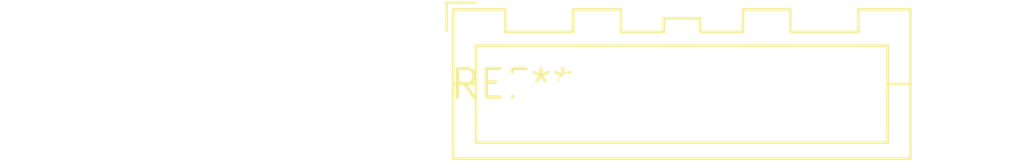
<source format=kicad_pcb>
(kicad_pcb (version 20240108) (generator pcbnew)
  (layers (0 "F.Cu" signal) (31 "B.Cu" signal) (34 "B.Paste" user) (35 "F.Paste" user) (36 "B.SilkS" user "B.Silkscreen") (37 "F.SilkS" user "F.Silkscreen") (38 "B.Mask" user) (39 "F.Mask" user) (44 "Edge.Cuts" user))
  (net 0 "")
  (footprint "JST_XA_B07B-XASK-1_1x07_P2.50mm_Vertical" (layer "F.Cu") (at 0 0)
    (property "Reference" "REF**")
    (property "Value" "JST_XA_B07B-XASK-1_1x07_P2.50mm_Vertical")
    (fp_line (start -2.91 -3.61) (end -2.91 -2.36) (layer "F.SilkS") (stroke (width 0.12)))
    (fp_line (start -2.61 -3.31) (end -2.61 3.31) (layer "F.SilkS") (stroke (width 0.12)))
    (fp_line (start -2.61 0) (end -1.6 0) (layer "F.SilkS") (stroke (width 0.12)))
    (fp_line (start -2.61 3.31) (end 17.61 3.31) (layer "F.SilkS") (stroke (width 0.12)))
    (fp_line (start -1.66 -3.61) (end -2.91 -3.61) (layer "F.SilkS") (stroke (width 0.12)))
    (fp_line (start -1.6 -1.7) (end -1.6 2.6) (layer "F.SilkS") (stroke (width 0.12)))
    (fp_line (start -1.6 2.6) (end 16.6 2.6) (layer "F.SilkS") (stroke (width 0.12)))
    (fp_line (start -0.31 -3.31) (end -2.61 -3.31) (layer "F.SilkS") (stroke (width 0.12)))
    (fp_line (start -0.31 -2.31) (end -0.31 -3.31) (layer "F.SilkS") (stroke (width 0.12)))
    (fp_line (start 2.7 -3.31) (end 2.7 -2.31) (layer "F.SilkS") (stroke (width 0.12)))
    (fp_line (start 2.7 -2.31) (end -0.31 -2.31) (layer "F.SilkS") (stroke (width 0.12)))
    (fp_line (start 4.8 -3.31) (end 2.7 -3.31) (layer "F.SilkS") (stroke (width 0.12)))
    (fp_line (start 4.8 -2.31) (end 4.8 -3.31) (layer "F.SilkS") (stroke (width 0.12)))
    (fp_line (start 6.7 -2.91) (end 6.7 -2.31) (layer "F.SilkS") (stroke (width 0.12)))
    (fp_line (start 6.7 -2.31) (end 4.8 -2.31) (layer "F.SilkS") (stroke (width 0.12)))
    (fp_line (start 8.3 -2.91) (end 6.7 -2.91) (layer "F.SilkS") (stroke (width 0.12)))
    (fp_line (start 8.3 -2.31) (end 8.3 -2.91) (layer "F.SilkS") (stroke (width 0.12)))
    (fp_line (start 10.2 -3.31) (end 10.2 -2.31) (layer "F.SilkS") (stroke (width 0.12)))
    (fp_line (start 10.2 -2.31) (end 8.3 -2.31) (layer "F.SilkS") (stroke (width 0.12)))
    (fp_line (start 12.3 -3.31) (end 10.2 -3.31) (layer "F.SilkS") (stroke (width 0.12)))
    (fp_line (start 12.3 -2.31) (end 12.3 -3.31) (layer "F.SilkS") (stroke (width 0.12)))
    (fp_line (start 15.31 -3.31) (end 15.31 -2.31) (layer "F.SilkS") (stroke (width 0.12)))
    (fp_line (start 15.31 -2.31) (end 12.3 -2.31) (layer "F.SilkS") (stroke (width 0.12)))
    (fp_line (start 16.6 -1.7) (end -1.6 -1.7) (layer "F.SilkS") (stroke (width 0.12)))
    (fp_line (start 16.6 2.6) (end 16.6 -1.7) (layer "F.SilkS") (stroke (width 0.12)))
    (fp_line (start 17.61 -3.31) (end 15.31 -3.31) (layer "F.SilkS") (stroke (width 0.12)))
    (fp_line (start 17.61 0) (end 16.6 0) (layer "F.SilkS") (stroke (width 0.12)))
    (fp_line (start 17.61 3.31) (end 17.61 -3.31) (layer "F.SilkS") (stroke (width 0.12)))
    (pad "1" thru_hole roundrect (at 0 0) (size 1.7 1.95) (drill 0.95) (layers *.Cu *.Mask) (remove_unused_layers) (roundrect_rratio 0.147059))
    (pad "2" thru_hole oval (at 2.5 0) (size 1.7 1.95) (drill 0.95) (layers *.Cu *.Mask) (remove_unused_layers))
    (pad "3" thru_hole oval (at 5 0) (size 1.7 1.95) (drill 0.95) (layers *.Cu *.Mask) (remove_unused_layers))
    (pad "4" thru_hole oval (at 7.5 0) (size 1.7 1.95) (drill 0.95) (layers *.Cu *.Mask) (remove_unused_layers))
    (pad "5" thru_hole oval (at 10 0) (size 1.7 1.95) (drill 0.95) (layers *.Cu *.Mask) (remove_unused_layers))
    (pad "6" thru_hole oval (at 12.5 0) (size 1.7 1.95) (drill 0.95) (layers *.Cu *.Mask) (remove_unused_layers))
    (pad "7" thru_hole oval (at 15 0) (size 1.7 1.95) (drill 0.95) (layers *.Cu *.Mask) (remove_unused_layers))
  )
)
</source>
